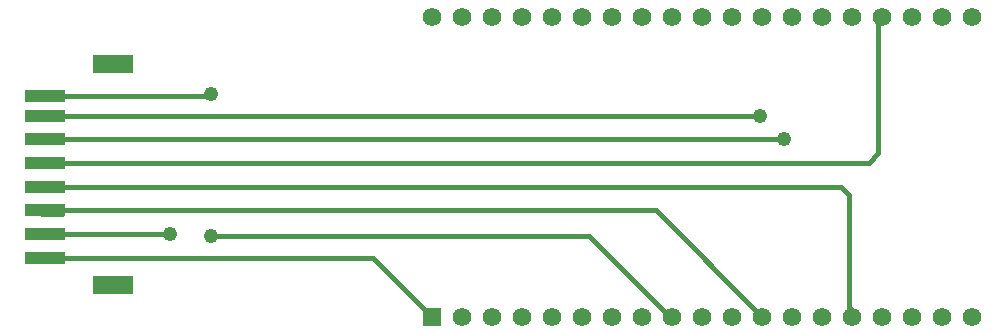
<source format=gbr>
G04 DesignSpark PCB Gerber Version 10.0 Build 5299*
G04 #@! TF.Part,Single*
G04 #@! TF.FileFunction,Copper,L1,Top*
G04 #@! TF.FilePolarity,Positive*
%FSLAX35Y35*%
%MOIN*%
G04 #@! TA.AperFunction,WasherPad*
%ADD71R,0.06142X0.06142*%
G04 #@! TD.AperFunction*
%ADD16C,0.01500*%
G04 #@! TA.AperFunction,WasherPad*
%ADD19R,0.13800X0.03900*%
G04 #@! TA.AperFunction,ViaPad*
%ADD17C,0.04800*%
G04 #@! TA.AperFunction,WasherPad*
%ADD18R,0.13800X0.06300*%
%ADD70C,0.06142*%
G04 #@! TD.AperFunction*
X0Y0D02*
D02*
D16*
X36348Y38919D02*
X43159D01*
X37332Y24549D02*
X146778D01*
X166549Y4778D01*
X37332Y48171D02*
X302722D01*
X305368Y45526D01*
Y7927D01*
X306549Y6746D01*
Y4778D01*
X37332Y63919D02*
X283715D01*
X37332Y71793D02*
X275841D01*
X37332Y78289D02*
X92069D01*
X92770Y78990D01*
X38033D02*
X37332Y78289D01*
X78990Y32423D02*
X37332D01*
X166549Y104778D02*
X167967Y103360D01*
X166549Y104778D02*
X167967Y106156D01*
X246549Y4778D02*
X245722D01*
X218754Y31746D01*
X92770D01*
X267817Y56045D02*
X311951D01*
X315211Y59305D01*
Y103439D01*
X316549Y104778D01*
X267817Y56045D02*
X37332D01*
X276549Y4778D02*
X241030Y40297D01*
X37332D01*
X276549Y4778D02*
X278203Y3793D01*
X316549Y104778D02*
X317573Y103754D01*
D02*
D17*
X78990Y32423D03*
X92770Y31746D03*
Y78990D03*
X275841Y71793D03*
X283715Y63919D03*
D02*
D18*
X59970Y15297D03*
Y88919D03*
D02*
D19*
X37332Y24549D03*
Y32423D03*
Y40297D03*
Y48171D03*
Y56045D03*
Y63919D03*
Y71793D03*
Y78289D03*
D02*
D70*
X166549Y104778D03*
X176549Y4778D03*
Y104778D03*
X186549Y4778D03*
Y104778D03*
X196549Y4778D03*
Y104778D03*
X206549Y4778D03*
Y104778D03*
X216549Y4778D03*
Y104778D03*
X226549Y4778D03*
Y104778D03*
X236549Y4778D03*
Y104778D03*
X246549Y4778D03*
Y104778D03*
X256549Y4778D03*
Y104778D03*
X266549Y4778D03*
Y104778D03*
X276549Y4778D03*
Y104778D03*
X286549Y4778D03*
Y104778D03*
X296549Y4778D03*
Y104778D03*
X306549Y4778D03*
Y104778D03*
X316549Y4778D03*
Y104778D03*
X326549Y4778D03*
Y104778D03*
X336549Y4778D03*
Y104778D03*
X346549Y4778D03*
Y104778D03*
D02*
D71*
X166549Y4778D03*
X0Y0D02*
M02*

</source>
